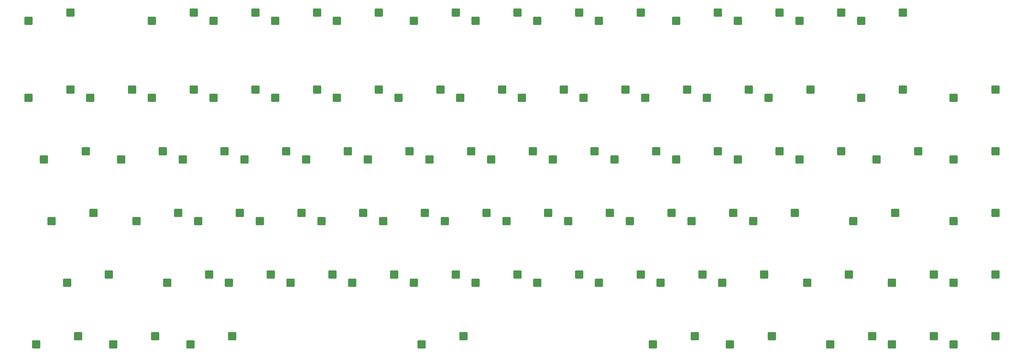
<source format=gbr>
%TF.GenerationSoftware,KiCad,Pcbnew,9.0.7*%
%TF.CreationDate,2026-01-25T14:01:01+00:00*%
%TF.ProjectId,pcb,7063622e-6b69-4636-9164-5f7063625858,rev?*%
%TF.SameCoordinates,Original*%
%TF.FileFunction,Paste,Bot*%
%TF.FilePolarity,Positive*%
%FSLAX46Y46*%
G04 Gerber Fmt 4.6, Leading zero omitted, Abs format (unit mm)*
G04 Created by KiCad (PCBNEW 9.0.7) date 2026-01-25 14:01:01*
%MOMM*%
%LPD*%
G01*
G04 APERTURE LIST*
G04 Aperture macros list*
%AMRoundRect*
0 Rectangle with rounded corners*
0 $1 Rounding radius*
0 $2 $3 $4 $5 $6 $7 $8 $9 X,Y pos of 4 corners*
0 Add a 4 corners polygon primitive as box body*
4,1,4,$2,$3,$4,$5,$6,$7,$8,$9,$2,$3,0*
0 Add four circle primitives for the rounded corners*
1,1,$1+$1,$2,$3*
1,1,$1+$1,$4,$5*
1,1,$1+$1,$6,$7*
1,1,$1+$1,$8,$9*
0 Add four rect primitives between the rounded corners*
20,1,$1+$1,$2,$3,$4,$5,0*
20,1,$1+$1,$4,$5,$6,$7,0*
20,1,$1+$1,$6,$7,$8,$9,0*
20,1,$1+$1,$8,$9,$2,$3,0*%
G04 Aperture macros list end*
%ADD10RoundRect,0.250000X-1.025000X-1.000000X1.025000X-1.000000X1.025000X1.000000X-1.025000X1.000000X0*%
G04 APERTURE END LIST*
D10*
%TO.C,SW49*%
X273902500Y-68897500D03*
X286829500Y-66357500D03*
%TD*%
%TO.C,SW77*%
X288190000Y-106997500D03*
X301117000Y-104457500D03*
%TD*%
%TO.C,SW85*%
X359627500Y-106997500D03*
X372554500Y-104457500D03*
%TD*%
%TO.C,SW22*%
X207227500Y-49847500D03*
X220154500Y-47307500D03*
%TD*%
%TO.C,SW8*%
X231040000Y-26035000D03*
X243967000Y-23495000D03*
%TD*%
%TO.C,SW52*%
X297715000Y-87947500D03*
X310642000Y-85407500D03*
%TD*%
%TO.C,SW39*%
X178652500Y-68897500D03*
X191579500Y-66357500D03*
%TD*%
%TO.C,SW25*%
X264377500Y-49847500D03*
X277304500Y-47307500D03*
%TD*%
%TO.C,SW65*%
X173890000Y-106997500D03*
X186817000Y-104457500D03*
%TD*%
%TO.C,SW55*%
X335815000Y-68897500D03*
X348742000Y-66357500D03*
%TD*%
%TO.C,SW41*%
X197702500Y-68897500D03*
X210629500Y-66357500D03*
%TD*%
%TO.C,SW50*%
X278665000Y-87947500D03*
X291592000Y-85407500D03*
%TD*%
%TO.C,SW76*%
X290571250Y-126047500D03*
X303498250Y-123507500D03*
%TD*%
%TO.C,SW79*%
X314383750Y-106997500D03*
X327310750Y-104457500D03*
%TD*%
%TO.C,SW36*%
X145315000Y-87947500D03*
X158242000Y-85407500D03*
%TD*%
%TO.C,SW10*%
X273902500Y-26035000D03*
X286829500Y-23495000D03*
%TD*%
%TO.C,SW82*%
X340577500Y-126047500D03*
X353504500Y-123507500D03*
%TD*%
%TO.C,SW86*%
X359627500Y-126047500D03*
X372554500Y-123507500D03*
%TD*%
%TO.C,SW63*%
X154840000Y-106997500D03*
X167767000Y-104457500D03*
%TD*%
%TO.C,SW2*%
X111977500Y-26035000D03*
X124904500Y-23495000D03*
%TD*%
%TO.C,SW45*%
X235802500Y-68897500D03*
X248729500Y-66357500D03*
%TD*%
%TO.C,SW31*%
X102452500Y-68897500D03*
X115379500Y-66357500D03*
%TD*%
%TO.C,SW40*%
X183415000Y-87947500D03*
X196342000Y-85407500D03*
%TD*%
%TO.C,SW67*%
X192940000Y-106997500D03*
X205867000Y-104457500D03*
%TD*%
%TO.C,SW26*%
X283427500Y-49847500D03*
X296354500Y-47307500D03*
%TD*%
%TO.C,SW7*%
X211990000Y-26035000D03*
X224917000Y-23495000D03*
%TD*%
%TO.C,SW75*%
X269140000Y-106997500D03*
X282067000Y-104457500D03*
%TD*%
%TO.C,SW9*%
X250090000Y-26035000D03*
X263017000Y-23495000D03*
%TD*%
%TO.C,SW57*%
X85783750Y-106997500D03*
X98710750Y-104457500D03*
%TD*%
%TO.C,SW23*%
X226277500Y-49847500D03*
X239204500Y-47307500D03*
%TD*%
%TO.C,SW72*%
X359627500Y-87947500D03*
X372554500Y-85407500D03*
%TD*%
%TO.C,SW58*%
X76258750Y-126047500D03*
X89185750Y-123507500D03*
%TD*%
%TO.C,SW64*%
X195321250Y-126047500D03*
X208248250Y-123507500D03*
%TD*%
%TO.C,SW27*%
X302477500Y-49847500D03*
X315404500Y-47307500D03*
%TD*%
%TO.C,SW61*%
X135790000Y-106997500D03*
X148717000Y-104457500D03*
%TD*%
%TO.C,SW43*%
X216752500Y-68897500D03*
X229679500Y-66357500D03*
%TD*%
%TO.C,SW33*%
X121502500Y-68897500D03*
X134429500Y-66357500D03*
%TD*%
%TO.C,SW28*%
X331052500Y-49847500D03*
X343979500Y-47307500D03*
%TD*%
%TO.C,SW32*%
X107215000Y-87947500D03*
X120142000Y-85407500D03*
%TD*%
%TO.C,SW80*%
X321527500Y-126047500D03*
X334454500Y-123507500D03*
%TD*%
%TO.C,SW59*%
X116740000Y-106997500D03*
X129667000Y-104457500D03*
%TD*%
%TO.C,SW71*%
X231040000Y-106997500D03*
X243967000Y-104457500D03*
%TD*%
%TO.C,SW30*%
X81021250Y-87947500D03*
X93948250Y-85407500D03*
%TD*%
%TO.C,SW18*%
X131027500Y-49847500D03*
X143954500Y-47307500D03*
%TD*%
%TO.C,SW60*%
X100071250Y-126047500D03*
X112998250Y-123507500D03*
%TD*%
%TO.C,SW5*%
X169127500Y-26035000D03*
X182054500Y-23495000D03*
%TD*%
%TO.C,SW17*%
X111977500Y-49847500D03*
X124904500Y-47307500D03*
%TD*%
%TO.C,SW74*%
X266758750Y-126047500D03*
X279685750Y-123507500D03*
%TD*%
%TO.C,SW42*%
X202465000Y-87947500D03*
X215392000Y-85407500D03*
%TD*%
%TO.C,SW53*%
X312002500Y-68897500D03*
X324929500Y-66357500D03*
%TD*%
%TO.C,SW62*%
X123883750Y-126047500D03*
X136810750Y-123507500D03*
%TD*%
%TO.C,SW29*%
X78640000Y-68897500D03*
X91567000Y-66357500D03*
%TD*%
%TO.C,SW11*%
X292952500Y-26035000D03*
X305879500Y-23495000D03*
%TD*%
%TO.C,SW21*%
X188177500Y-49847500D03*
X201104500Y-47307500D03*
%TD*%
%TO.C,SW35*%
X140552500Y-68897500D03*
X153479500Y-66357500D03*
%TD*%
%TO.C,SW24*%
X245327500Y-49847500D03*
X258254500Y-47307500D03*
%TD*%
%TO.C,SW4*%
X150077500Y-26035000D03*
X163004500Y-23495000D03*
%TD*%
%TO.C,SW16*%
X92927500Y-49847500D03*
X105854500Y-47307500D03*
%TD*%
%TO.C,SW38*%
X164365000Y-87947500D03*
X177292000Y-85407500D03*
%TD*%
%TO.C,SW51*%
X292952500Y-68897500D03*
X305879500Y-66357500D03*
%TD*%
%TO.C,SW73*%
X250090000Y-106997500D03*
X263017000Y-104457500D03*
%TD*%
%TO.C,SW69*%
X211990000Y-106997500D03*
X224917000Y-104457500D03*
%TD*%
%TO.C,SW68*%
X359627500Y-49847500D03*
X372554500Y-47307500D03*
%TD*%
%TO.C,SW19*%
X150077500Y-49847500D03*
X163004500Y-47307500D03*
%TD*%
%TO.C,SW46*%
X240565000Y-87947500D03*
X253492000Y-85407500D03*
%TD*%
%TO.C,SW3*%
X131027500Y-26035000D03*
X143954500Y-23495000D03*
%TD*%
%TO.C,SW15*%
X73877500Y-49847500D03*
X86804500Y-47307500D03*
%TD*%
%TO.C,SW47*%
X254852500Y-68897500D03*
X267779500Y-66357500D03*
%TD*%
%TO.C,SW70*%
X359627500Y-68897500D03*
X372554500Y-66357500D03*
%TD*%
%TO.C,SW34*%
X126265000Y-87947500D03*
X139192000Y-85407500D03*
%TD*%
%TO.C,SW44*%
X221515000Y-87947500D03*
X234442000Y-85407500D03*
%TD*%
%TO.C,SW37*%
X159602500Y-68897500D03*
X172529500Y-66357500D03*
%TD*%
%TO.C,SW48*%
X259615000Y-87947500D03*
X272542000Y-85407500D03*
%TD*%
%TO.C,SW6*%
X192940000Y-26035000D03*
X205867000Y-23495000D03*
%TD*%
%TO.C,SW54*%
X328671250Y-87947500D03*
X341598250Y-85407500D03*
%TD*%
%TO.C,SW81*%
X340577500Y-106997500D03*
X353504500Y-104457500D03*
%TD*%
%TO.C,SW13*%
X331052500Y-26035000D03*
X343979500Y-23495000D03*
%TD*%
%TO.C,SW1*%
X73877500Y-26035000D03*
X86804500Y-23495000D03*
%TD*%
%TO.C,SW20*%
X169127500Y-49847500D03*
X182054500Y-47307500D03*
%TD*%
%TO.C,SW12*%
X312002500Y-26035000D03*
X324929500Y-23495000D03*
%TD*%
M02*

</source>
